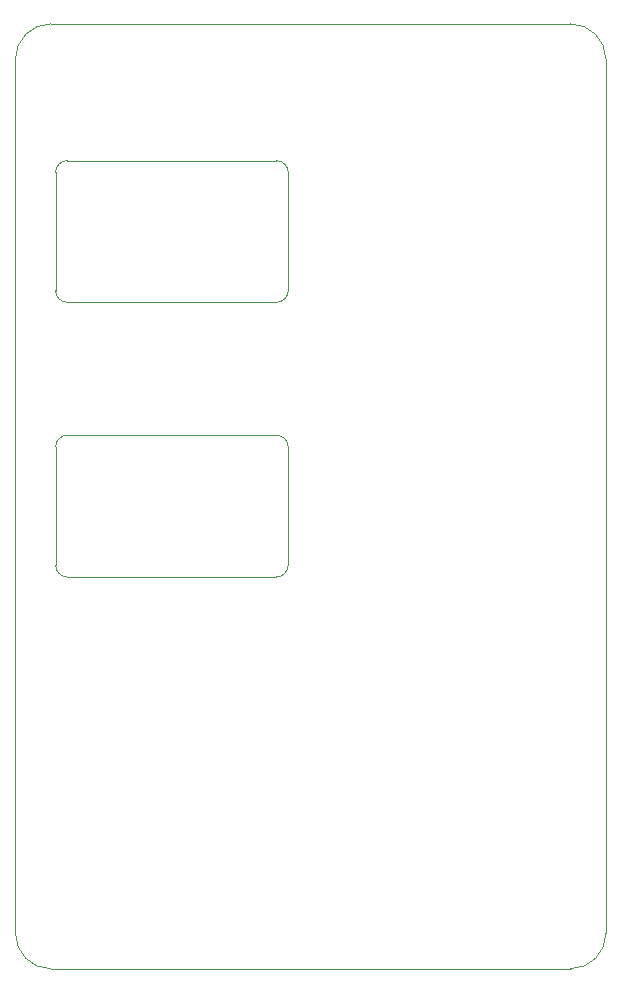
<source format=gbr>
%TF.GenerationSoftware,KiCad,Pcbnew,7.0.10*%
%TF.CreationDate,2024-08-19T10:26:00+10:00*%
%TF.ProjectId,AI4R-SENSORPCB,41493452-2d53-4454-9e53-4f525043422e,rev?*%
%TF.SameCoordinates,Original*%
%TF.FileFunction,Profile,NP*%
%FSLAX46Y46*%
G04 Gerber Fmt 4.6, Leading zero omitted, Abs format (unit mm)*
G04 Created by KiCad (PCBNEW 7.0.10) date 2024-08-19 10:26:00*
%MOMM*%
%LPD*%
G01*
G04 APERTURE LIST*
%TA.AperFunction,Profile*%
%ADD10C,0.100000*%
%TD*%
G04 APERTURE END LIST*
D10*
X12000000Y-89000000D02*
X12000000Y-15000000D01*
X59000000Y-92000000D02*
X15000000Y-92000000D01*
X15000000Y-12000000D02*
G75*
G03*
X12000000Y-15000000I0J-3000000D01*
G01*
X62000000Y-15000000D02*
X62000000Y-89000000D01*
X62000000Y-15000000D02*
G75*
G03*
X59000000Y-12000000I-3000000J0D01*
G01*
X15000000Y-12000000D02*
X59000000Y-12000000D01*
X12000000Y-89000000D02*
G75*
G03*
X15000000Y-92000000I3000000J0D01*
G01*
X59000000Y-92000000D02*
G75*
G03*
X62000000Y-89000000I0J3000000D01*
G01*
%TO.C,RP2*%
X34100000Y-35575000D02*
X16400000Y-35575000D01*
X15400000Y-34575000D02*
X15400000Y-24575000D01*
X35100000Y-24575000D02*
X35100000Y-34575000D01*
X16400000Y-23575000D02*
X34100000Y-23575000D01*
X15400000Y-34575000D02*
G75*
G03*
X16400000Y-35575000I1000000J0D01*
G01*
X34100000Y-35575000D02*
G75*
G03*
X35100000Y-34575000I0J1000000D01*
G01*
X16400000Y-23575000D02*
G75*
G03*
X15400000Y-24575000I0J-1000000D01*
G01*
X35100000Y-24575000D02*
G75*
G03*
X34100000Y-23575000I-1000000J0D01*
G01*
%TO.C,RP1*%
X34100000Y-58825000D02*
X16400000Y-58825000D01*
X15400000Y-57825000D02*
X15400000Y-47825000D01*
X35100000Y-47825000D02*
X35100000Y-57825000D01*
X16400000Y-46825000D02*
X34100000Y-46825000D01*
X15400000Y-57825000D02*
G75*
G03*
X16400000Y-58825000I1000000J0D01*
G01*
X34100000Y-58825000D02*
G75*
G03*
X35100000Y-57825000I0J1000000D01*
G01*
X16400000Y-46825000D02*
G75*
G03*
X15400000Y-47825000I0J-1000000D01*
G01*
X35100000Y-47825000D02*
G75*
G03*
X34100000Y-46825000I-1000000J0D01*
G01*
%TD*%
M02*

</source>
